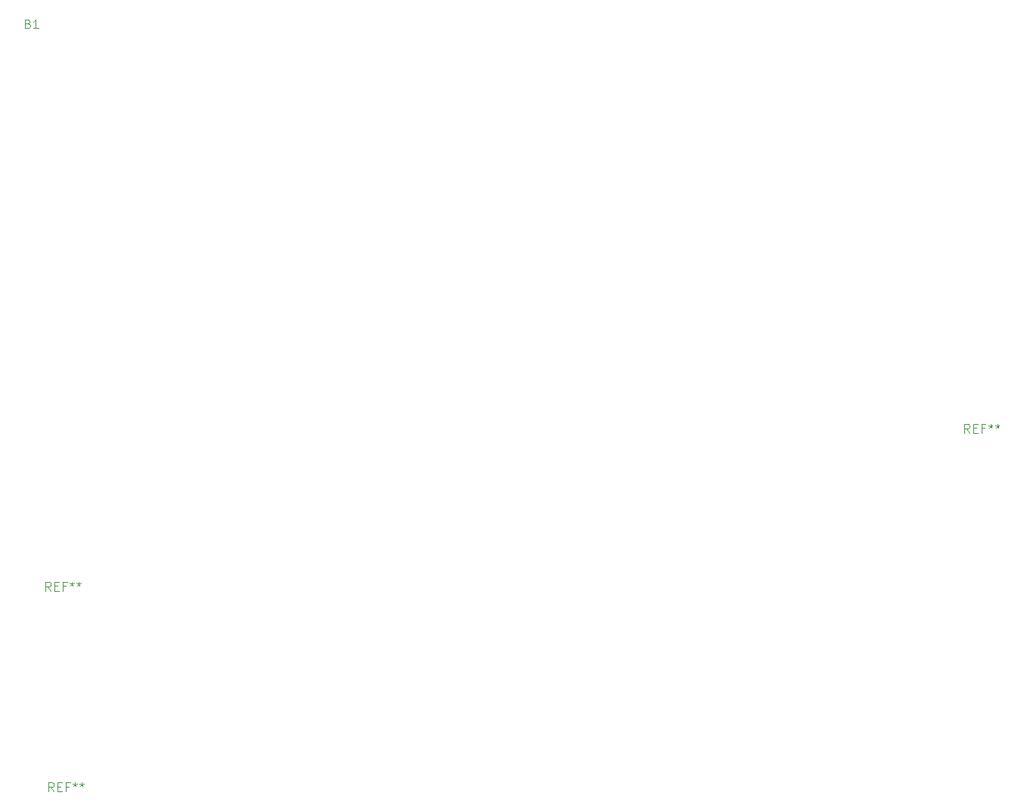
<source format=gbr>
%TF.GenerationSoftware,KiCad,Pcbnew,8.0.2-1*%
%TF.CreationDate,2024-05-26T16:10:42+02:00*%
%TF.ProjectId,Full-Backplane,46756c6c-2d42-4616-936b-706c616e652e,rev?*%
%TF.SameCoordinates,Original*%
%TF.FileFunction,Legend,Top*%
%TF.FilePolarity,Positive*%
%FSLAX46Y46*%
G04 Gerber Fmt 4.6, Leading zero omitted, Abs format (unit mm)*
G04 Created by KiCad (PCBNEW 8.0.2-1) date 2024-05-26 16:10:42*
%MOMM*%
%LPD*%
G01*
G04 APERTURE LIST*
%ADD10C,0.100000*%
G04 APERTURE END LIST*
D10*
X312166666Y-92457419D02*
X311833333Y-91981228D01*
X311595238Y-92457419D02*
X311595238Y-91457419D01*
X311595238Y-91457419D02*
X311976190Y-91457419D01*
X311976190Y-91457419D02*
X312071428Y-91505038D01*
X312071428Y-91505038D02*
X312119047Y-91552657D01*
X312119047Y-91552657D02*
X312166666Y-91647895D01*
X312166666Y-91647895D02*
X312166666Y-91790752D01*
X312166666Y-91790752D02*
X312119047Y-91885990D01*
X312119047Y-91885990D02*
X312071428Y-91933609D01*
X312071428Y-91933609D02*
X311976190Y-91981228D01*
X311976190Y-91981228D02*
X311595238Y-91981228D01*
X312595238Y-91933609D02*
X312928571Y-91933609D01*
X313071428Y-92457419D02*
X312595238Y-92457419D01*
X312595238Y-92457419D02*
X312595238Y-91457419D01*
X312595238Y-91457419D02*
X313071428Y-91457419D01*
X313833333Y-91933609D02*
X313500000Y-91933609D01*
X313500000Y-92457419D02*
X313500000Y-91457419D01*
X313500000Y-91457419D02*
X313976190Y-91457419D01*
X314500000Y-91457419D02*
X314500000Y-91695514D01*
X314261905Y-91600276D02*
X314500000Y-91695514D01*
X314500000Y-91695514D02*
X314738095Y-91600276D01*
X314357143Y-91885990D02*
X314500000Y-91695514D01*
X314500000Y-91695514D02*
X314642857Y-91885990D01*
X315261905Y-91457419D02*
X315261905Y-91695514D01*
X315023810Y-91600276D02*
X315261905Y-91695514D01*
X315261905Y-91695514D02*
X315500000Y-91600276D01*
X315119048Y-91885990D02*
X315261905Y-91695514D01*
X315261905Y-91695514D02*
X315404762Y-91885990D01*
X209647349Y-132602967D02*
X209314016Y-132126776D01*
X209075921Y-132602967D02*
X209075921Y-131602967D01*
X209075921Y-131602967D02*
X209456873Y-131602967D01*
X209456873Y-131602967D02*
X209552111Y-131650586D01*
X209552111Y-131650586D02*
X209599730Y-131698205D01*
X209599730Y-131698205D02*
X209647349Y-131793443D01*
X209647349Y-131793443D02*
X209647349Y-131936300D01*
X209647349Y-131936300D02*
X209599730Y-132031538D01*
X209599730Y-132031538D02*
X209552111Y-132079157D01*
X209552111Y-132079157D02*
X209456873Y-132126776D01*
X209456873Y-132126776D02*
X209075921Y-132126776D01*
X210075921Y-132079157D02*
X210409254Y-132079157D01*
X210552111Y-132602967D02*
X210075921Y-132602967D01*
X210075921Y-132602967D02*
X210075921Y-131602967D01*
X210075921Y-131602967D02*
X210552111Y-131602967D01*
X211314016Y-132079157D02*
X210980683Y-132079157D01*
X210980683Y-132602967D02*
X210980683Y-131602967D01*
X210980683Y-131602967D02*
X211456873Y-131602967D01*
X211980683Y-131602967D02*
X211980683Y-131841062D01*
X211742588Y-131745824D02*
X211980683Y-131841062D01*
X211980683Y-131841062D02*
X212218778Y-131745824D01*
X211837826Y-132031538D02*
X211980683Y-131841062D01*
X211980683Y-131841062D02*
X212123540Y-132031538D01*
X212742588Y-131602967D02*
X212742588Y-131841062D01*
X212504493Y-131745824D02*
X212742588Y-131841062D01*
X212742588Y-131841062D02*
X212980683Y-131745824D01*
X212599731Y-132031538D02*
X212742588Y-131841062D01*
X212742588Y-131841062D02*
X212885445Y-132031538D01*
X206735238Y-46613609D02*
X206878095Y-46661228D01*
X206878095Y-46661228D02*
X206925714Y-46708847D01*
X206925714Y-46708847D02*
X206973333Y-46804085D01*
X206973333Y-46804085D02*
X206973333Y-46946942D01*
X206973333Y-46946942D02*
X206925714Y-47042180D01*
X206925714Y-47042180D02*
X206878095Y-47089800D01*
X206878095Y-47089800D02*
X206782857Y-47137419D01*
X206782857Y-47137419D02*
X206401905Y-47137419D01*
X206401905Y-47137419D02*
X206401905Y-46137419D01*
X206401905Y-46137419D02*
X206735238Y-46137419D01*
X206735238Y-46137419D02*
X206830476Y-46185038D01*
X206830476Y-46185038D02*
X206878095Y-46232657D01*
X206878095Y-46232657D02*
X206925714Y-46327895D01*
X206925714Y-46327895D02*
X206925714Y-46423133D01*
X206925714Y-46423133D02*
X206878095Y-46518371D01*
X206878095Y-46518371D02*
X206830476Y-46565990D01*
X206830476Y-46565990D02*
X206735238Y-46613609D01*
X206735238Y-46613609D02*
X206401905Y-46613609D01*
X207925714Y-47137419D02*
X207354286Y-47137419D01*
X207640000Y-47137419D02*
X207640000Y-46137419D01*
X207640000Y-46137419D02*
X207544762Y-46280276D01*
X207544762Y-46280276D02*
X207449524Y-46375514D01*
X207449524Y-46375514D02*
X207354286Y-46423133D01*
X209306666Y-110137419D02*
X208973333Y-109661228D01*
X208735238Y-110137419D02*
X208735238Y-109137419D01*
X208735238Y-109137419D02*
X209116190Y-109137419D01*
X209116190Y-109137419D02*
X209211428Y-109185038D01*
X209211428Y-109185038D02*
X209259047Y-109232657D01*
X209259047Y-109232657D02*
X209306666Y-109327895D01*
X209306666Y-109327895D02*
X209306666Y-109470752D01*
X209306666Y-109470752D02*
X209259047Y-109565990D01*
X209259047Y-109565990D02*
X209211428Y-109613609D01*
X209211428Y-109613609D02*
X209116190Y-109661228D01*
X209116190Y-109661228D02*
X208735238Y-109661228D01*
X209735238Y-109613609D02*
X210068571Y-109613609D01*
X210211428Y-110137419D02*
X209735238Y-110137419D01*
X209735238Y-110137419D02*
X209735238Y-109137419D01*
X209735238Y-109137419D02*
X210211428Y-109137419D01*
X210973333Y-109613609D02*
X210640000Y-109613609D01*
X210640000Y-110137419D02*
X210640000Y-109137419D01*
X210640000Y-109137419D02*
X211116190Y-109137419D01*
X211640000Y-109137419D02*
X211640000Y-109375514D01*
X211401905Y-109280276D02*
X211640000Y-109375514D01*
X211640000Y-109375514D02*
X211878095Y-109280276D01*
X211497143Y-109565990D02*
X211640000Y-109375514D01*
X211640000Y-109375514D02*
X211782857Y-109565990D01*
X212401905Y-109137419D02*
X212401905Y-109375514D01*
X212163810Y-109280276D02*
X212401905Y-109375514D01*
X212401905Y-109375514D02*
X212640000Y-109280276D01*
X212259048Y-109565990D02*
X212401905Y-109375514D01*
X212401905Y-109375514D02*
X212544762Y-109565990D01*
M02*

</source>
